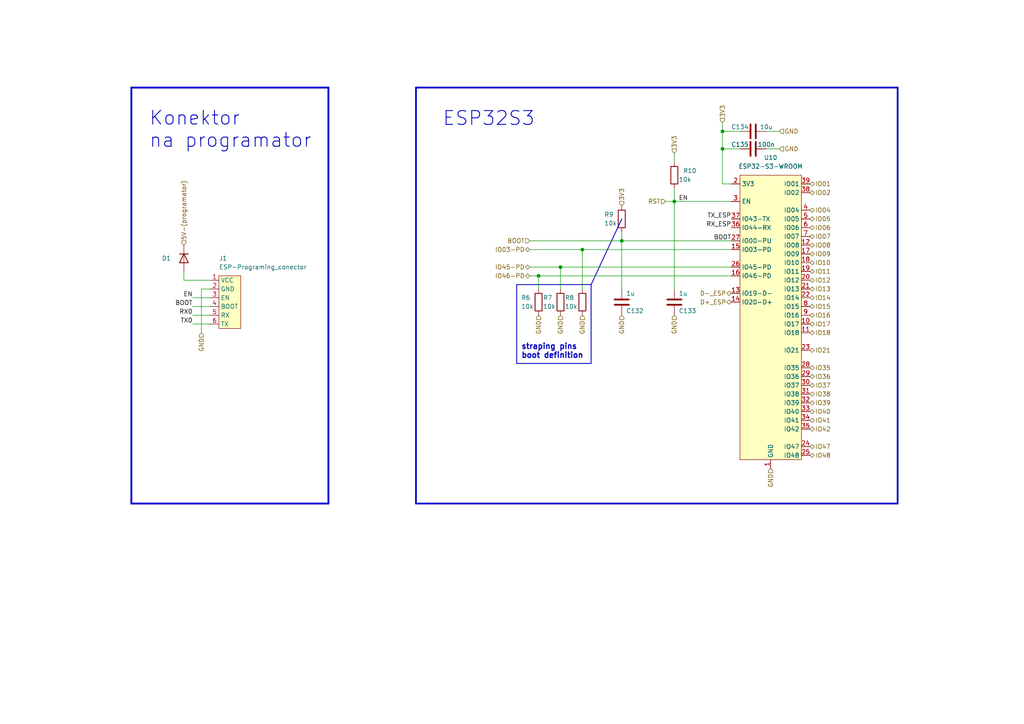
<source format=kicad_sch>
(kicad_sch (version 20230121) (generator eeschema)
  (paper "A4")
  (lib_symbols
    (symbol "Device:C" (pin_numbers hide) (pin_names (offset 0.254))
      (property "Reference" "C" (at 0.635 2.54 0))
      (property "Value" "C" (at 0.635 -2.54 0))
      (symbol "C_0_1"
        (polyline (pts (xy -2.032 -0.762) (xy 2.032 -0.762)) (stroke (width 0.508)))
        (polyline (pts (xy -2.032 0.762) (xy 2.032 0.762)) (stroke (width 0.508)))
      )
      (symbol "C_1_1"
        (pin passive line (at 0 3.81 270) (length 2.794) (name "~") (number "1"))
        (pin passive line (at 0 -3.81 90) (length 2.794) (name "~") (number "2"))
      )
    )
    (symbol "Device:D" (pin_numbers hide) (pin_names (offset 1.016) hide)
      (property "Reference" "D" (at 0 2.54 0))
      (property "Value" "D" (at 0 -2.54 0))
      (symbol "D_0_1"
        (polyline (pts (xy -1.27 1.27) (xy -1.27 -1.27)) (stroke (width 0.254)))
        (polyline (pts (xy 1.27 0) (xy -1.27 0)))
        (polyline (pts (xy 1.27 1.27) (xy 1.27 -1.27) (xy -1.27 0) (xy 1.27 1.27)) (stroke (width 0.254)))
      )
      (symbol "D_1_1"
        (pin passive line (at -3.81 0 0) (length 2.54) (name "K") (number "1"))
        (pin passive line (at 3.81 0 180) (length 2.54) (name "A") (number "2"))
      )
    )
    (symbol "Device:R" (pin_numbers hide) (pin_names (offset 0))
      (property "Reference" "R" (at 2.032 0 90))
      (property "Value" "R" (at 0 0 90))
      (symbol "R_0_1"
        (rectangle (start -1.016 -2.54) (end 1.016 2.54) (stroke (width 0.254)))
      )
      (symbol "R_1_1"
        (pin passive line (at 0 3.81 270) (length 1.27) (name "~") (number "1"))
        (pin passive line (at 0 -3.81 90) (length 1.27) (name "~") (number "2"))
      )
    )
    (symbol "Robotarna_KiCad_Library:ESP-Programing_conector"
      (property "Reference" "J" (at 0 6.35 0))
      (property "Value" "ESP-Programing_conector" (at 0 3.81 0))
      (symbol "ESP-Programing_conector_0_1"
        (rectangle (start -2.54 1.27) (end 3.81 -13.97) (fill (type background)))
      )
      (symbol "ESP-Programing_conector_1_1"
        (pin power_in line (at -5.08 0 0) (length 2.54) (name "VCC") (number "1"))
        (pin power_in line (at -5.08 -2.54 0) (length 2.54) (name "GND") (number "2"))
        (pin input line (at -5.08 -5.08 0) (length 2.54) (name "EN") (number "3"))
        (pin input line (at -5.08 -7.62 0) (length 2.54) (name "BOOT") (number "4"))
        (pin input line (at -5.08 -10.16 0) (length 2.54) (name "RX") (number "5"))
        (pin output line (at -5.08 -12.7 0) (length 2.54) (name "TX") (number "6"))
      )
    )
    (symbol "Robotarna_KiCad_Library:ESP32-S3-WROOM"
      (property "Reference" "U" (at 0 5.08 0))
      (property "Value" "ESP32-S3-WROOM" (at 0 2.54 0))
      (symbol "ESP32-S3-WROOM_0_1"
        (rectangle (start -8.89 0) (end 8.89 -82.55) (fill (type background)))
      )
      (symbol "ESP32-S3-WROOM_1_1"
        (pin power_in line (at 0 -85.09 90) (length 2.54) (name "GND") (number "1"))
        (pin bidirectional line (at 11.43 -43.18 180) (length 2.54) (name "IO17") (number "10"))
        (pin bidirectional line (at 11.43 -45.72 180) (length 2.54) (name "IO18") (number "11"))
        (pin bidirectional line (at 11.43 -20.32 180) (length 2.54) (name "IO08") (number "12"))
        (pin bidirectional line (at -11.43 -34.29 0) (length 2.54) (name "IO19-D-") (number "13"))
        (pin bidirectional line (at -11.43 -36.83 0) (length 2.54) (name "IO20-D+") (number "14"))
        (pin bidirectional line (at -11.43 -21.59 0) (length 2.54) (name "IO03-PD") (number "15"))
        (pin bidirectional line (at -11.43 -29.21 0) (length 2.54) (name "IO46-PD") (number "16"))
        (pin bidirectional line (at 11.43 -22.86 180) (length 2.54) (name "IO09") (number "17"))
        (pin bidirectional line (at 11.43 -25.4 180) (length 2.54) (name "IO10") (number "18"))
        (pin bidirectional line (at 11.43 -27.94 180) (length 2.54) (name "IO11") (number "19"))
        (pin power_in line (at -11.43 -2.54 0) (length 2.54) (name "3V3") (number "2"))
        (pin bidirectional line (at 11.43 -30.48 180) (length 2.54) (name "IO12") (number "20"))
        (pin bidirectional line (at 11.43 -33.02 180) (length 2.54) (name "IO13") (number "21"))
        (pin bidirectional line (at 11.43 -35.56 180) (length 2.54) (name "IO14") (number "22"))
        (pin bidirectional line (at 11.43 -50.8 180) (length 2.54) (name "IO21") (number "23"))
        (pin bidirectional line (at 11.43 -78.74 180) (length 2.54) (name "IO47") (number "24"))
        (pin bidirectional line (at 11.43 -81.28 180) (length 2.54) (name "IO48") (number "25"))
        (pin bidirectional line (at -11.43 -26.67 0) (length 2.54) (name "IO45-PD") (number "26"))
        (pin bidirectional line (at -11.43 -19.05 0) (length 2.54) (name "IO00-PU") (number "27"))
        (pin bidirectional line (at 11.43 -55.88 180) (length 2.54) (name "IO35") (number "28"))
        (pin bidirectional line (at 11.43 -58.42 180) (length 2.54) (name "IO36") (number "29"))
        (pin input line (at -11.43 -7.62 0) (length 2.54) (name "EN") (number "3"))
        (pin bidirectional line (at 11.43 -60.96 180) (length 2.54) (name "IO37") (number "30"))
        (pin bidirectional line (at 11.43 -63.5 180) (length 2.54) (name "IO38") (number "31"))
        (pin bidirectional line (at 11.43 -66.04 180) (length 2.54) (name "IO39") (number "32"))
        (pin bidirectional line (at 11.43 -68.58 180) (length 2.54) (name "IO40") (number "33"))
        (pin bidirectional line (at 11.43 -71.12 180) (length 2.54) (name "IO41") (number "34"))
        (pin bidirectional line (at 11.43 -73.66 180) (length 2.54) (name "IO42") (number "35"))
        (pin input line (at -11.43 -15.24 0) (length 2.54) (name "IO44-RX") (number "36"))
        (pin output line (at -11.43 -12.7 0) (length 2.54) (name "IO43-TX") (number "37"))
        (pin bidirectional line (at 11.43 -5.08 180) (length 2.54) (name "IO02") (number "38"))
        (pin bidirectional line (at 11.43 -2.54 180) (length 2.54) (name "IO01") (number "39"))
        (pin bidirectional line (at 11.43 -10.16 180) (length 2.54) (name "IO04") (number "4"))
        (pin free line (at 0 -85.09 90) (length 2.54) hide (name "GND") (number "40"))
        (pin passive line (at 0 -85.09 90) (length 2.54) hide (name "GND") (number "41"))
        (pin bidirectional line (at 11.43 -12.7 180) (length 2.54) (name "IO05") (number "5"))
        (pin bidirectional line (at 11.43 -15.24 180) (length 2.54) (name "IO06") (number "6"))
        (pin bidirectional line (at 11.43 -17.78 180) (length 2.54) (name "IO07") (number "7"))
        (pin bidirectional line (at 11.43 -38.1 180) (length 2.54) (name "IO15") (number "8"))
        (pin bidirectional line (at 11.43 -40.64 180) (length 2.54) (name "IO16") (number "9"))
      )
    )
  )
  (junction (at 209.55 38.1))
  (junction (at 168.91 72.39))
  (junction (at 156.21 80.01))
  (junction (at 209.55 43.18))
  (junction (at 162.56 77.47))
  (junction (at 195.58 58.42))
  (junction (at 180.34 69.85))
  (polyline (pts (xy 149.86 82.55) (xy 171.45 82.55)) (stroke (width 0.25)))
  (wire (pts (xy 168.91 72.39) (xy 212.09 72.39)))
  (wire (pts (xy 180.34 69.85) (xy 212.09 69.85)))
  (polyline (pts (xy 120.65 25.4) (xy 120.65 146.05)) (stroke (width 0.5)))
  (wire (pts (xy 156.21 80.01) (xy 212.09 80.01)))
  (polyline (pts (xy 260.35 25.4) (xy 260.35 146.05)) (stroke (width 0.5)))
  (wire (pts (xy 214.63 43.18) (xy 209.55 43.18)))
  (wire (pts (xy 222.25 38.1) (xy 226.06 38.1)))
  (wire (pts (xy 209.55 35.56) (xy 209.55 38.1)))
  (wire (pts (xy 162.56 77.47) (xy 162.56 83.82)))
  (polyline (pts (xy 171.45 82.55) (xy 171.45 105.41)) (stroke (width 0.25)))
  (wire (pts (xy 195.58 58.42) (xy 212.09 58.42)))
  (polyline (pts (xy 149.86 82.55) (xy 149.86 105.41)) (stroke (width 0.25)))
  (wire (pts (xy 60.96 81.28) (xy 53.34 81.28)))
  (wire (pts (xy 55.88 88.9) (xy 60.96 88.9)))
  (wire (pts (xy 153.67 77.47) (xy 162.56 77.47)))
  (polyline (pts (xy 180.34 63.5) (xy 180.34 63.5)))
  (wire (pts (xy 153.67 80.01) (xy 156.21 80.01)))
  (wire (pts (xy 195.58 44.45) (xy 195.58 46.99)))
  (polyline (pts (xy 38.1 146.05) (xy 38.1 25.4)) (stroke (width 0.53)))
  (wire (pts (xy 153.67 72.39) (xy 168.91 72.39)))
  (polyline (pts (xy 171.45 82.55) (xy 180.34 63.5)) (stroke (width 0.25)))
  (wire (pts (xy 180.34 69.85) (xy 180.34 83.82)))
  (wire (pts (xy 153.67 69.85) (xy 180.34 69.85)))
  (wire (pts (xy 226.06 43.18) (xy 222.25 43.18)))
  (wire (pts (xy 156.21 80.01) (xy 156.21 83.82)))
  (polyline (pts (xy 95.25 25.4) (xy 95.25 146.05)) (stroke (width 0.53)))
  (wire (pts (xy 53.34 81.28) (xy 53.34 78.74)))
  (wire (pts (xy 180.34 67.31) (xy 180.34 69.85)))
  (wire (pts (xy 55.88 86.36) (xy 60.96 86.36)))
  (wire (pts (xy 195.58 54.61) (xy 195.58 58.42)))
  (polyline (pts (xy 171.45 105.41) (xy 149.86 105.41)) (stroke (width 0.25)))
  (polyline (pts (xy 38.1 25.4) (xy 95.25 25.4)) (stroke (width 0.53)))
  (wire (pts (xy 214.63 38.1) (xy 209.55 38.1)))
  (polyline (pts (xy 120.65 146.05) (xy 260.35 146.05)) (stroke (width 0.5)))
  (wire (pts (xy 209.55 53.34) (xy 212.09 53.34)))
  (wire (pts (xy 58.42 83.82) (xy 60.96 83.82)))
  (wire (pts (xy 195.58 58.42) (xy 195.58 83.82)))
  (polyline (pts (xy 95.25 146.05) (xy 38.1 146.05)) (stroke (width 0.53)))
  (wire (pts (xy 168.91 72.39) (xy 168.91 83.82)))
  (wire (pts (xy 55.88 91.44) (xy 60.96 91.44)))
  (wire (pts (xy 162.56 77.47) (xy 212.09 77.47)))
  (wire (pts (xy 55.88 93.98) (xy 60.96 93.98)))
  (polyline (pts (xy 120.65 25.4) (xy 260.35 25.4)) (stroke (width 0.5)))
  (wire (pts (xy 209.55 43.18) (xy 209.55 53.34)))
  (wire (pts (xy 58.42 96.52) (xy 58.42 83.82)))
  (wire (pts (xy 209.55 38.1) (xy 209.55 43.18)))
  (wire (pts (xy 193.04 58.42) (xy 195.58 58.42)))
  (text "Konektor \nna programator" (at 43.18 43.18 0) (effects (font (size 4 4) (thickness 0.254) bold) (justify left bottom)))
  (text "ESP32S3" (at 128.27 36.83 0) (effects (font (size 4 4) (thickness 0.254) bold) (justify left bottom)))
  (text "straping pins \nboot definition" (at 151.13 104.14 0) (effects (font (size 1.6 1.6) (thickness 0.32) bold) (justify left bottom)))
  (label "TX_ESP" (at 212.09 63.5 180))
  (label "EN" (at 55.88 86.36 180))
  (label "RX0" (at 55.88 91.44 180))
  (label "TX0" (at 55.88 93.98 180))
  (label "EN" (at 196.85 58.42 0))
  (label "BOOT" (at 55.88 88.9 180))
  (label "RX_ESP" (at 212.09 66.04 180))
  (label "BOOT" (at 212.09 69.85 180))
  (hierarchical_label "GND" (shape input) (at 223.52 135.89 270))
  (hierarchical_label "IO46-PD" (shape bidirectional) (at 153.67 80.01 180))
  (hierarchical_label "GND" (shape input) (at 156.21 91.44 270))
  (hierarchical_label "GND" (shape input) (at 226.06 38.1 0))
  (hierarchical_label "IO37" (shape bidirectional) (at 234.95 111.76 0))
  (hierarchical_label "IO13" (shape bidirectional) (at 234.95 83.82 0))
  (hierarchical_label "IO03-PD" (shape bidirectional) (at 153.67 72.39 180))
  (hierarchical_label "IO42" (shape bidirectional) (at 234.95 124.46 0))
  (hierarchical_label "GND" (shape input) (at 180.34 91.44 270))
  (hierarchical_label "D+_ESP" (shape bidirectional) (at 212.09 87.63 180))
  (hierarchical_label "IO21" (shape bidirectional) (at 234.95 101.6 0))
  (hierarchical_label "IO16" (shape bidirectional) (at 234.95 91.44 0))
  (hierarchical_label "IO39" (shape bidirectional) (at 234.95 116.84 0))
  (hierarchical_label "BOOT" (shape input) (at 153.67 69.85 180))
  (hierarchical_label "GND" (shape input) (at 58.42 96.52 270))
  (hierarchical_label "IO15" (shape bidirectional) (at 234.95 88.9 0))
  (hierarchical_label "IO36" (shape bidirectional) (at 234.95 109.22 0))
  (hierarchical_label "3V3" (shape input) (at 180.34 59.69 90))
  (hierarchical_label "RST" (shape input) (at 193.04 58.42 180))
  (hierarchical_label "GND" (shape input) (at 162.56 91.44 270))
  (hierarchical_label "IO04" (shape bidirectional) (at 234.95 60.96 0))
  (hierarchical_label "IO40" (shape bidirectional) (at 234.95 119.38 0))
  (hierarchical_label "IO41" (shape bidirectional) (at 234.95 121.92 0))
  (hierarchical_label "IO11" (shape bidirectional) (at 234.95 78.74 0))
  (hierarchical_label "IO01" (shape bidirectional) (at 234.95 53.34 0))
  (hierarchical_label "IO05" (shape bidirectional) (at 234.95 63.5 0))
  (hierarchical_label "IO02" (shape bidirectional) (at 234.95 55.88 0))
  (hierarchical_label "IO06" (shape bidirectional) (at 234.95 66.04 0))
  (hierarchical_label "IO10" (shape bidirectional) (at 234.95 76.2 0))
  (hierarchical_label "IO07" (shape bidirectional) (at 234.95 68.58 0))
  (hierarchical_label "IO17" (shape bidirectional) (at 234.95 93.98 0))
  (hierarchical_label "5V-(programator)" (shape input) (at 53.34 71.12 90))
  (hierarchical_label "IO12" (shape bidirectional) (at 234.95 81.28 0))
  (hierarchical_label "IO38" (shape bidirectional) (at 234.95 114.3 0))
  (hierarchical_label "IO09" (shape bidirectional) (at 234.95 73.66 0))
  (hierarchical_label "IO47" (shape bidirectional) (at 234.95 129.54 0))
  (hierarchical_label "GND" (shape input) (at 226.06 43.18 0))
  (hierarchical_label "IO35" (shape bidirectional) (at 234.95 106.68 0))
  (hierarchical_label "3V3" (shape input) (at 195.58 44.45 90))
  (hierarchical_label "GND" (shape input) (at 195.58 91.44 270))
  (hierarchical_label "GND" (shape input) (at 168.91 91.44 270))
  (hierarchical_label "IO45-PD" (shape bidirectional) (at 153.67 77.47 180))
  (hierarchical_label "IO08" (shape bidirectional) (at 234.95 71.12 0))
  (hierarchical_label "D-_ESP" (shape bidirectional) (at 212.09 85.09 180))
  (hierarchical_label "IO18" (shape bidirectional) (at 234.95 96.52 0))
  (hierarchical_label "IO48" (shape bidirectional) (at 234.95 132.08 0))
  (hierarchical_label "3V3" (shape input) (at 209.55 35.56 90))
  (hierarchical_label "IO14" (shape bidirectional) (at 234.95 86.36 0))
  (symbol (lib_id "Device:C") (at 195.58 87.63 0) (mirror y) (unit 1)
    (property "Reference" "C133" (at 196.85 90.17 0) (effects (justify right)))
    (property "Value" "1u" (at 196.85 85.09 0) (effects (justify right)))
    (property "Footprint" "Capacitor_SMD:C_0402_1005Metric" (effects hide))
    (property "LCSC" "C1518208" (effects hide))
    (property "JLCPCB_CORRECTION" "0;0;0" (effects hide))
    (property "Basic/Extended" "E" (effects hide))
    (property "info" "50V, X7R" (effects hide))
    (instances (project "ZakladniElektronika" (path "" (reference "C133") (unit 1))) (project "RB3203" (path "" (reference "C?") (unit 1))))
  )
  (symbol (lib_id "Device:C") (at 218.44 38.1 270) (unit 1)
    (property "Reference" "C134" (at 214.63 36.83 90))
    (property "Value" "10u" (at 222.25 36.83 90))
    (property "Footprint" "Capacitor_SMD:C_0603_1608Metric" (effects hide))
    (property "LCSC" "C96446" (effects hide))
    (property "JLCPCB_CORRECTION" "0;0;0" (effects hide))
    (instances (project "ZakladniElektronika" (path "" (reference "C134") (unit 1))) (project "RB3203" (path "" (reference "C?") (unit 1))))
  )
  (symbol (lib_id "Device:R") (at 180.34 63.5 0) (unit 1)
    (property "Reference" "R9" (at 175.26 62.23 0) (effects (justify left)))
    (property "Value" "10k" (at 175.26 64.77 0) (effects (justify left)))
    (property "Footprint" "Resistor_SMD:R_0402_1005Metric" (effects hide))
    (property "LCSC" "C25744" (effects hide))
    (property "JLCPCB_CORRECTION" "0;0;0" (effects hide))
    (instances (project "ZakladniElektronika" (path "" (reference "R9") (unit 1))) (project "RB3203" (path "" (reference "R?") (unit 1))))
  )
  (symbol (lib_id "Robotarna_KiCad_Library:ESP32-S3-WROOM") (at 223.52 50.8 0) (unit 1)
    (property "Reference" "U10" (at 223.52 45.72 0))
    (property "Value" "ESP32-S3-WROOM" (at 223.52 48.26 0))
    (property "Footprint" "Robotarna_KiCad_Library:ESP32-S3-WROOM" (effects hide))
    (property "Datasheet" "https://www.espressif.com/sites/default/files/documentation/esp32-s3-wroom-1_wroom-1u_datasheet_en.pdf" (effects hide))
    (property "LCSC" "C2913199" (effects hide))
    (property "JLCPCB_CORRECTION" "0;9;0" (effects hide))
    (instances (project "ZakladniElektronika" (path "" (reference "U10") (unit 1))) (project "RB3203" (path "" (reference "U?") (unit 1))))
  )
  (symbol (lib_id "Device:R") (at 195.58 50.8 0) (unit 1)
    (property "Reference" "R10" (at 198.12 49.53 0) (effects (justify left)))
    (property "Value" "10k" (at 196.85 52.07 0) (effects (justify left)))
    (property "Footprint" "Resistor_SMD:R_0402_1005Metric" (effects hide))
    (property "LCSC" "C25744" (effects hide))
    (property "JLCPCB_CORRECTION" "0;0;0" (effects hide))
    (instances (project "ZakladniElektronika" (path "" (reference "R10") (unit 1))) (project "RB3203" (path "" (reference "R?") (unit 1))))
  )
  (symbol (lib_id "Device:R") (at 162.56 87.63 0) (unit 1)
    (property "Reference" "R7" (at 157.48 86.36 0) (effects (justify left)))
    (property "Value" "10k" (at 157.48 88.9 0) (effects (justify left)))
    (property "Footprint" "Resistor_SMD:R_0402_1005Metric" (effects hide))
    (property "LCSC" "C25744" (effects hide))
    (property "JLCPCB_CORRECTION" "0;0;0" (effects hide))
    (instances (project "ZakladniElektronika" (path "" (reference "R7") (unit 1))) (project "RB3203" (path "" (reference "R?") (unit 1))))
  )
  (symbol (lib_id "Device:R") (at 168.91 87.63 0) (unit 1)
    (property "Reference" "R8" (at 163.83 86.36 0) (effects (justify left)))
    (property "Value" "10k" (at 163.83 88.9 0) (effects (justify left)))
    (property "Footprint" "Resistor_SMD:R_0402_1005Metric" (effects hide))
    (property "LCSC" "C25744" (effects hide))
    (property "JLCPCB_CORRECTION" "0;0;0" (effects hide))
    (instances (project "ZakladniElektronika" (path "" (reference "R8") (unit 1))) (project "RB3203" (path "" (reference "R?") (unit 1))))
  )
  (symbol (lib_id "Device:C") (at 180.34 87.63 0) (mirror y) (unit 1)
    (property "Reference" "C132" (at 181.61 90.17 0) (effects (justify right)))
    (property "Value" "1u" (at 181.61 85.09 0) (effects (justify right)))
    (property "Footprint" "Capacitor_SMD:C_0402_1005Metric" (effects hide))
    (property "LCSC" "C1518208" (effects hide))
    (property "JLCPCB_CORRECTION" "0;0;0" (effects hide))
    (property "Basic/Extended" "E" (effects hide))
    (property "info" "50V, X7R" (effects hide))
    (instances (project "ZakladniElektronika" (path "" (reference "C132") (unit 1))) (project "RB3203" (path "" (reference "C?") (unit 1))))
  )
  (symbol (lib_id "Device:R") (at 156.21 87.63 0) (unit 1)
    (property "Reference" "R6" (at 151.13 86.36 0) (effects (justify left)))
    (property "Value" "10k" (at 151.13 88.9 0) (effects (justify left)))
    (property "Footprint" "Resistor_SMD:R_0402_1005Metric" (effects hide))
    (property "LCSC" "C25744" (effects hide))
    (property "JLCPCB_CORRECTION" "0;0;0" (effects hide))
    (instances (project "ZakladniElektronika" (path "" (reference "R6") (unit 1))) (project "RB3203" (path "" (reference "R?") (unit 1))))
  )
  (symbol (lib_id "Robotarna_KiCad_Library:ESP-Programing_conector") (at 66.04 81.28 0) (unit 1)
    (property "Reference" "J1" (at 63.5 74.93 0) (effects (justify left)))
    (property "Value" "ESP-Programing_conector" (at 63.5 77.47 0) (effects (justify left)))
    (property "Footprint" "Robotarna_KiCad_Library:ESP-Programing_conector" (effects hide))
    (instances (project "ZakladniElektronika" (path "" (reference "J1") (unit 1))) (project "SemiSemafor" (path "" (reference "J2") (unit 1))))
  )
  (symbol (lib_id "Device:C") (at 218.44 43.18 270) (unit 1)
    (property "Reference" "C135" (at 214.63 41.91 90))
    (property "Value" "100n" (at 222.25 41.91 90))
    (property "Footprint" "Capacitor_SMD:C_0402_1005Metric" (effects hide))
    (property "LCSC" "C307331" (effects hide))
    (property "Basic/Extended" "B" (effects hide))
    (property "info" "50V, X7R" (effects hide))
    (instances (project "ZakladniElektronika" (path "" (reference "C135") (unit 1))) (project "RB3203" (path "" (reference "C?") (unit 1))))
  )
  (symbol (lib_id "Device:D") (at 53.34 74.93 90) (mirror x) (unit 1)
    (property "Reference" "D1" (at 48.26 74.93 90))
    (property "Value" "${SIM.PARAMS}" (effects hide))
    (property "Footprint" "Diode_SMD:D_SMA" (effects hide))
    (property "LCSC" "C8678" (effects hide))
    (property "JLCPCB_CORRECTION" "0;0;0" (effects hide))
    (property "Sim.Device" "SPICE" (effects hide))
    (property "Sim.Params" "type=\"D\" model=\"DIODE\" lib=\"\"" (effects hide))
    (property "Sim.Pins" "1=1 2=2" (effects hide))
    (instances (project "ESP32xx_programmer" (path "" (reference "D1") (unit 1))) (project "ZakladniElektronika" (path "" (reference "D121") (unit 1))))
  )
)
</source>
